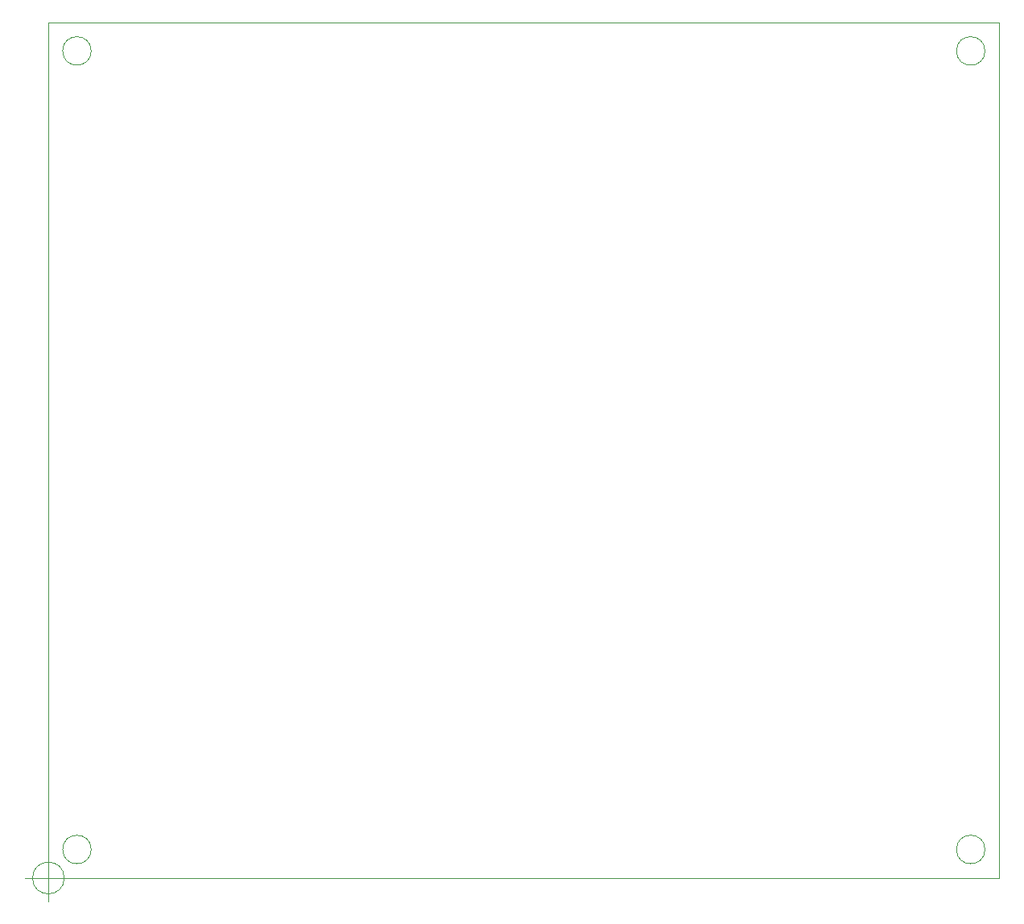
<source format=gm1>
G04 #@! TF.GenerationSoftware,KiCad,Pcbnew,(6.0.10)*
G04 #@! TF.CreationDate,2023-01-20T16:50:10+01:00*
G04 #@! TF.ProjectId,greenhouse,67726565-6e68-46f7-9573-652e6b696361,rev?*
G04 #@! TF.SameCoordinates,Original*
G04 #@! TF.FileFunction,Profile,NP*
%FSLAX46Y46*%
G04 Gerber Fmt 4.6, Leading zero omitted, Abs format (unit mm)*
G04 Created by KiCad (PCBNEW (6.0.10)) date 2023-01-20 16:50:10*
%MOMM*%
%LPD*%
G01*
G04 APERTURE LIST*
G04 #@! TA.AperFunction,Profile*
%ADD10C,0.050000*%
G04 #@! TD*
G04 #@! TA.AperFunction,Profile*
%ADD11C,0.120000*%
G04 #@! TD*
G04 APERTURE END LIST*
D10*
X104666666Y-145000000D02*
G75*
G03*
X104666666Y-145000000I-1666666J0D01*
G01*
X100500000Y-145000000D02*
X105500000Y-145000000D01*
X103000000Y-142500000D02*
X103000000Y-147500000D01*
D11*
X107500000Y-58000000D02*
G75*
G03*
X107500000Y-58000000I-1500000J0D01*
G01*
X107500000Y-142000000D02*
G75*
G03*
X107500000Y-142000000I-1500000J0D01*
G01*
X201500000Y-142000000D02*
G75*
G03*
X201500000Y-142000000I-1500000J0D01*
G01*
X201500000Y-58000000D02*
G75*
G03*
X201500000Y-58000000I-1500000J0D01*
G01*
X103000000Y-55000000D02*
X103000000Y-145000000D01*
X203000000Y-145000000D02*
X103000000Y-145000000D01*
X203000000Y-55000000D02*
X203000000Y-145000000D01*
X103000000Y-55000000D02*
X203000000Y-55000000D01*
M02*

</source>
